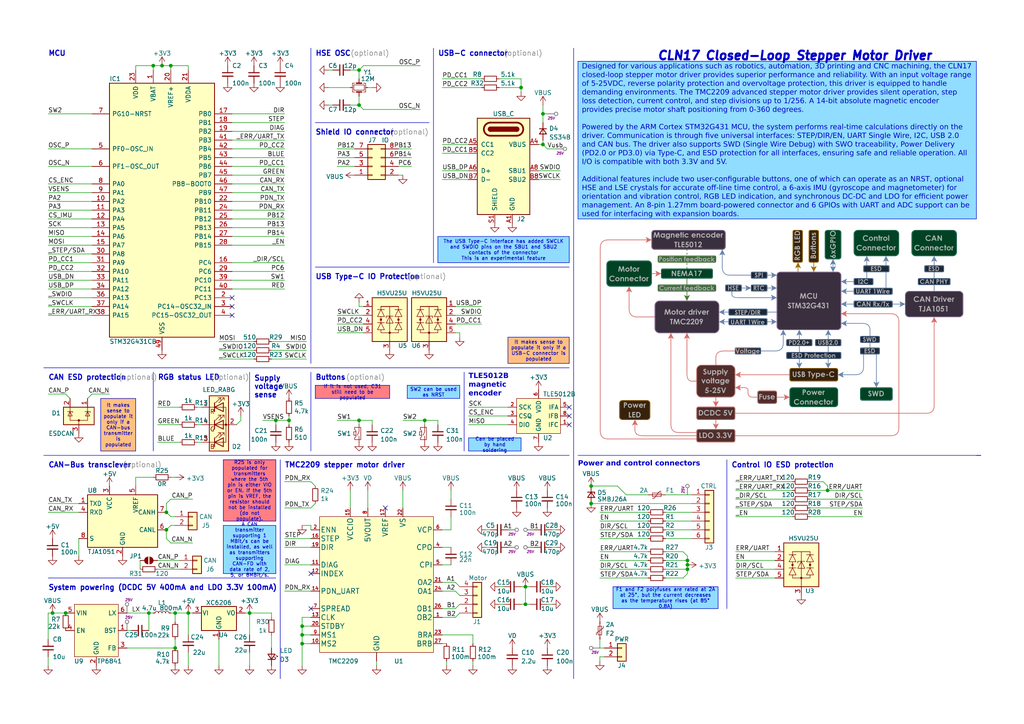
<source format=kicad_sch>
(kicad_sch (version 20230121) (generator eeschema)
  (paper "A4")
  (title_block (title "CLN17 V1 Closed-Loop Stepper Motor Driver") (date "2023-10-27") (rev "1.3") (company "CLN17 project") (comment 1 "More information on https://creapunk.com/cln17") (comment 2 "https://creativecommons.org/licenses/by-nc-sa/4.0/"))
  (junction (at 54.61 177.8))
  (junction (at 19.05 177.8))
  (junction (at 44.45 19.05))
  (junction (at 152.4 175.26))
  (junction (at 83.82 121.92))
  (junction (at 46.99 19.05))
  (junction (at 87.63 184.15))
  (junction (at 104.14 30.48))
  (junction (at 72.39 177.8))
  (junction (at 43.18 177.8))
  (junction (at 87.63 181.61))
  (junction (at 199.39 163.83))
  (junction (at 171.45 140.97))
  (junction (at 104.14 121.92))
  (junction (at 49.53 19.05))
  (junction (at 87.63 186.69))
  (junction (at 48.26 153.67))
  (junction (at 171.45 146.05))
  (junction (at 15.24 177.8))
  (junction (at 80.01 121.92))
  (junction (at 151.13 25.4))
  (junction (at 50.8 177.8))
  (junction (at 199.39 162.56))
  (junction (at 152.4 170.18))
  (junction (at 48.26 148.59))
  (junction (at 123.19 121.92))
  (junction (at 157.48 41.91))
  (junction (at 157.48 33.02))
  (junction (at 104.14 20.32))
  (junction (at 50.8 187.96))
  (junction (at 199.39 165.1))
  (junction (at 240.03 142.24))
  (no_connect (at 90.17 176.53))
  (no_connect (at 165.1 118.11))
  (no_connect (at 67.31 91.44))
  (no_connect (at 111.76 147.32))
  (no_connect (at 165.1 120.65))
  (no_connect (at 90.17 166.37))
  (no_connect (at 67.31 86.36))
  (no_connect (at 165.1 123.19))
  (no_connect (at 67.31 88.9))
  (wire (pts (xy 187.96 165.1) (xy 173.99 165.1)))
  (wire (pts (xy 67.31 71.12) (xy 82.55 71.12)))
  (wire (pts (xy 128.27 25.4) (xy 139.7 25.4)))
  (polyline (pts (xy 44.45 107.95) (xy 44.45 130.81)))
  (wire (pts (xy 49.53 152.4) (xy 48.26 153.67)))
  (wire (pts (xy 109.22 193.04) (xy 109.22 191.77)))
  (wire (pts (xy 13.97 48.26) (xy 26.67 48.26)))
  (wire (pts (xy 88.9 101.6) (xy 78.74 101.6)))
  (wire (pts (xy 173.99 153.67) (xy 187.96 153.67)))
  (wire (pts (xy 91.44 146.05) (xy 90.17 147.32)))
  (wire (pts (xy 95.25 25.4) (xy 101.6 25.4)))
  (wire (pts (xy 156.21 41.91) (xy 157.48 41.91)))
  (wire (pts (xy 158.75 33.02) (xy 157.48 33.02)))
  (wire (pts (xy 199.39 161.29) (xy 199.39 162.56)))
  (wire (pts (xy 139.7 93.98) (xy 132.08 93.98)))
  (polyline (pts (xy 90.17 107.95) (xy 90.17 130.81)))
  (wire (pts (xy 87.63 179.07) (xy 87.63 181.61)))
  (polyline (pts (xy 72.39 107.95) (xy 72.39 130.81)))
  (wire (pts (xy 57.15 128.27) (xy 58.42 128.27)))
  (wire (pts (xy 87.63 184.15) (xy 87.63 186.69)))
  (wire (pts (xy 128.27 184.15) (xy 137.16 184.15)))
  (wire (pts (xy 67.31 35.56) (xy 82.55 35.56)))
  (wire (pts (xy 49.53 20.32) (xy 49.53 19.05)))
  (wire (pts (xy 162.56 49.53) (xy 156.21 49.53)))
  (wire (pts (xy 13.97 177.8) (xy 15.24 177.8)))
  (wire (pts (xy 234.95 139.7) (xy 238.76 139.7)))
  (wire (pts (xy 13.97 83.82) (xy 26.67 83.82)))
  (wire (pts (xy 45.72 128.27) (xy 52.07 128.27)))
  (wire (pts (xy 13.97 148.59) (xy 22.86 148.59)))
  (wire (pts (xy 139.7 88.9) (xy 132.08 88.9)))
  (polyline (pts (xy 91.44 77.47) (xy 165.1 77.47)))
  (wire (pts (xy 157.48 40.64) (xy 157.48 41.91)))
  (wire (pts (xy 193.04 143.51) (xy 200.66 143.51)))
  (wire (pts (xy 13.97 76.2) (xy 26.67 76.2)))
  (wire (pts (xy 234.95 144.78) (xy 250.19 144.78)))
  (wire (pts (xy 128.27 186.69) (xy 129.54 186.69)))
  (wire (pts (xy 68.58 123.19) (xy 69.85 121.92)))
  (wire (pts (xy 151.13 175.26) (xy 152.4 175.26)))
  (wire (pts (xy 48.26 146.05) (xy 49.53 144.78)))
  (wire (pts (xy 151.13 170.18) (xy 152.4 170.18)))
  (wire (pts (xy 128.27 163.83) (xy 130.81 163.83)))
  (wire (pts (xy 153.67 153.67) (xy 154.94 153.67)))
  (wire (pts (xy 179.07 140.97) (xy 181.61 143.51)))
  (wire (pts (xy 82.55 139.7) (xy 90.17 139.7)))
  (wire (pts (xy 50.8 185.42) (xy 50.8 187.96)))
  (wire (pts (xy 171.45 146.05) (xy 200.66 146.05)))
  (wire (pts (xy 187.96 162.56) (xy 173.99 162.56)))
  (wire (pts (xy 132.08 168.91) (xy 128.27 168.91)))
  (wire (pts (xy 160.02 170.18) (xy 158.75 170.18)))
  (wire (pts (xy 20.32 115.57) (xy 19.05 114.3)))
  (wire (pts (xy 173.99 151.13) (xy 187.96 151.13)))
  (wire (pts (xy 213.36 162.56) (xy 224.79 162.56)))
  (wire (pts (xy 162.56 52.07) (xy 156.21 52.07)))
  (wire (pts (xy 44.45 20.32) (xy 44.45 19.05)))
  (wire (pts (xy 193.04 160.02) (xy 198.12 160.02)))
  (wire (pts (xy 158.75 43.18) (xy 161.29 43.18)))
  (wire (pts (xy 63.5 99.06) (xy 73.66 99.06)))
  (wire (pts (xy 132.08 179.07) (xy 128.27 179.07)))
  (wire (pts (xy 148.59 158.75) (xy 147.32 158.75)))
  (wire (pts (xy 48.26 146.05) (xy 48.26 148.59)))
  (wire (pts (xy 128.27 44.45) (xy 135.89 44.45)))
  (wire (pts (xy 133.35 172.72) (xy 132.08 171.45)))
  (wire (pts (xy 187.96 167.64) (xy 173.99 167.64)))
  (wire (pts (xy 67.31 58.42) (xy 82.55 58.42)))
  (wire (pts (xy 105.41 19.05) (xy 121.92 19.05)))
  (wire (pts (xy 13.97 190.5) (xy 13.97 193.04)))
  (wire (pts (xy 116.84 121.92) (xy 123.19 121.92)))
  (wire (pts (xy 39.37 20.32) (xy 39.37 19.05)))
  (wire (pts (xy 67.31 45.72) (xy 82.55 45.72)))
  (wire (pts (xy 213.36 167.64) (xy 224.79 167.64)))
  (wire (pts (xy 173.99 156.21) (xy 187.96 156.21)))
  (wire (pts (xy 101.6 20.32) (xy 104.14 20.32)))
  (wire (pts (xy 45.72 118.11) (xy 52.07 118.11)))
  (polyline (pts (xy 12.7 106.68) (xy 165.1 106.68)))
  (wire (pts (xy 45.72 165.1) (xy 52.07 165.1)))
  (wire (pts (xy 97.79 93.98) (xy 105.41 93.98)))
  (wire (pts (xy 57.15 123.19) (xy 58.42 123.19)))
  (wire (pts (xy 76.2 121.92) (xy 80.01 121.92)))
  (wire (pts (xy 173.99 160.02) (xy 187.96 160.02)))
  (polyline (pts (xy 91.44 35.56) (xy 124.46 35.56)))
  (wire (pts (xy 132.08 176.53) (xy 128.27 176.53)))
  (wire (pts (xy 71.12 177.8) (xy 72.39 177.8)))
  (wire (pts (xy 13.97 81.28) (xy 26.67 81.28)))
  (wire (pts (xy 49.53 149.86) (xy 48.26 148.59)))
  (wire (pts (xy 128.27 171.45) (xy 132.08 171.45)))
  (wire (pts (xy 135.89 118.11) (xy 147.32 118.11)))
  (polyline (pts (xy 210.82 133.35) (xy 210.82 176.53)))
  (wire (pts (xy 90.17 179.07) (xy 87.63 179.07)))
  (wire (pts (xy 67.31 53.34) (xy 82.55 53.34)))
  (wire (pts (xy 67.31 48.26) (xy 82.55 48.26)))
  (wire (pts (xy 67.31 33.02) (xy 82.55 33.02)))
  (polyline (pts (xy 134.62 107.95) (xy 134.62 130.81)))
  (wire (pts (xy 119.38 48.26) (xy 115.57 48.26)))
  (wire (pts (xy 54.61 177.8) (xy 54.61 184.15)))
  (wire (pts (xy 48.26 153.67) (xy 48.26 156.21)))
  (wire (pts (xy 50.8 138.43) (xy 49.53 138.43)))
  (wire (pts (xy 144.78 25.4) (xy 151.13 25.4)))
  (wire (pts (xy 105.41 31.75) (xy 121.92 31.75)))
  (wire (pts (xy 82.55 156.21) (xy 90.17 156.21)))
  (wire (pts (xy 50.8 177.8) (xy 49.53 177.8)))
  (wire (pts (xy 240.03 140.97) (xy 240.03 142.24)))
  (wire (pts (xy 90.17 184.15) (xy 87.63 184.15)))
  (wire (pts (xy 153.67 158.75) (xy 154.94 158.75)))
  (polyline (pts (xy 12.7 132.08) (xy 165.1 132.08)))
  (wire (pts (xy 13.97 78.74) (xy 26.67 78.74)))
  (wire (pts (xy 116.84 142.24) (xy 116.84 147.32)))
  (polyline (pts (xy 13.97 167.64) (xy 80.01 167.64)))
  (wire (pts (xy 104.14 30.48) (xy 104.14 27.94)))
  (wire (pts (xy 240.03 142.24) (xy 250.19 142.24)))
  (wire (pts (xy 198.12 160.02) (xy 199.39 161.29)))
  (polyline (pts (xy 81.28 133.35) (xy 81.28 196.85)))
  (wire (pts (xy 78.74 177.8) (xy 78.74 179.07)))
  (wire (pts (xy 139.7 91.44) (xy 132.08 91.44)))
  (wire (pts (xy 13.97 68.58) (xy 26.67 68.58)))
  (wire (pts (xy 97.79 43.18) (xy 102.87 43.18)))
  (wire (pts (xy 49.53 149.86) (xy 50.8 149.86)))
  (wire (pts (xy 97.79 48.26) (xy 102.87 48.26)))
  (wire (pts (xy 128.27 158.75) (xy 130.81 158.75)))
  (wire (pts (xy 87.63 181.61) (xy 87.63 184.15)))
  (wire (pts (xy 15.24 177.8) (xy 19.05 177.8)))
  (wire (pts (xy 140.97 153.67) (xy 142.24 153.67)))
  (wire (pts (xy 36.83 177.8) (xy 43.18 177.8)))
  (polyline (pts (xy 90.17 13.97) (xy 90.17 105.41)))
  (wire (pts (xy 238.76 139.7) (xy 240.03 140.97)))
  (wire (pts (xy 13.97 63.5) (xy 26.67 63.5)))
  (wire (pts (xy 43.18 177.8) (xy 43.18 182.88)))
  (wire (pts (xy 26.67 53.34) (xy 13.97 53.34)))
  (wire (pts (xy 49.53 157.48) (xy 55.88 157.48)))
  (wire (pts (xy 104.14 30.48) (xy 105.41 31.75)))
  (wire (pts (xy 128.27 52.07) (xy 135.89 52.07)))
  (wire (pts (xy 67.31 68.58) (xy 82.55 68.58)))
  (wire (pts (xy 119.38 43.18) (xy 115.57 43.18)))
  (wire (pts (xy 69.85 120.65) (xy 69.85 121.92)))
  (wire (pts (xy 213.36 149.86) (xy 229.87 149.86)))
  (wire (pts (xy 151.13 22.86) (xy 151.13 25.4)))
  (wire (pts (xy 173.99 190.5) (xy 173.99 191.77)))
  (wire (pts (xy 104.14 87.63) (xy 104.14 88.9)))
  (wire (pts (xy 151.13 26.67) (xy 151.13 25.4)))
  (wire (pts (xy 90.17 152.4) (xy 90.17 153.67)))
  (wire (pts (xy 157.48 30.48) (xy 157.48 33.02)))
  (wire (pts (xy 48.26 156.21) (xy 49.53 157.48)))
  (wire (pts (xy 193.04 151.13) (xy 200.66 151.13)))
  (wire (pts (xy 144.78 170.18) (xy 146.05 170.18)))
  (polyline (pts (xy 283.21 132.08) (xy 284.48 132.08)))
  (wire (pts (xy 88.9 99.06) (xy 78.74 99.06)))
  (wire (pts (xy 135.89 123.19) (xy 147.32 123.19)))
  (wire (pts (xy 46.99 19.05) (xy 49.53 19.05)))
  (wire (pts (xy 13.97 33.02) (xy 26.67 33.02)))
  (wire (pts (xy 80.01 123.19) (xy 80.01 121.92)))
  (wire (pts (xy 36.83 187.96) (xy 50.8 187.96)))
  (wire (pts (xy 173.99 190.5) (xy 175.26 190.5)))
  (wire (pts (xy 13.97 86.36) (xy 26.67 86.36)))
  (wire (pts (xy 36.83 182.88) (xy 38.1 182.88)))
  (wire (pts (xy 128.27 22.86) (xy 139.7 22.86)))
  (wire (pts (xy 54.61 19.05) (xy 54.61 20.32)))
  (wire (pts (xy 83.82 121.92) (xy 83.82 123.19)))
  (polyline (pts (xy 166.37 13.97) (xy 166.37 196.85)))
  (wire (pts (xy 45.72 123.19) (xy 52.07 123.19)))
  (wire (pts (xy 39.37 138.43) (xy 39.37 140.97)))
  (wire (pts (xy 67.31 83.82) (xy 82.55 83.82)))
  (wire (pts (xy 25.4 115.57) (xy 26.67 114.3)))
  (wire (pts (xy 90.17 139.7) (xy 91.44 140.97)))
  (wire (pts (xy 13.97 60.96) (xy 26.67 60.96)))
  (wire (pts (xy 104.14 20.32) (xy 104.14 22.86)))
  (wire (pts (xy 213.36 160.02) (xy 224.79 160.02)))
  (wire (pts (xy 13.97 146.05) (xy 22.86 146.05)))
  (wire (pts (xy 67.31 78.74) (xy 82.55 78.74)))
  (wire (pts (xy 179.07 140.97) (xy 171.45 140.97)))
  (wire (pts (xy 104.14 88.9) (xy 105.41 88.9)))
  (wire (pts (xy 67.31 60.96) (xy 82.55 60.96)))
  (wire (pts (xy 133.35 96.52) (xy 132.08 96.52)))
  (wire (pts (xy 26.67 114.3) (xy 31.75 114.3)))
  (wire (pts (xy 199.39 165.1) (xy 199.39 166.37)))
  (wire (pts (xy 87.63 152.4) (xy 90.17 152.4)))
  (wire (pts (xy 40.64 162.56) (xy 40.64 165.1)))
  (wire (pts (xy 13.97 88.9) (xy 26.67 88.9)))
  (wire (pts (xy 104.14 121.92) (xy 107.95 121.92)))
  (polyline (pts (xy 125.73 13.97) (xy 125.73 76.2)))
  (wire (pts (xy 213.36 147.32) (xy 229.87 147.32)))
  (wire (pts (xy 130.81 142.24) (xy 130.81 144.78)))
  (wire (pts (xy 39.37 19.05) (xy 44.45 19.05)))
  (wire (pts (xy 82.55 171.45) (xy 90.17 171.45)))
  (wire (pts (xy 72.39 177.8) (xy 78.74 177.8)))
  (wire (pts (xy 127 121.92) (xy 127 123.19)))
  (wire (pts (xy 63.5 101.6) (xy 73.66 101.6)))
  (wire (pts (xy 67.31 63.5) (xy 82.55 63.5)))
  (wire (pts (xy 13.97 43.18) (xy 26.67 43.18)))
  (wire (pts (xy 213.36 144.78) (xy 229.87 144.78)))
  (wire (pts (xy 50.8 180.34) (xy 50.8 177.8)))
  (wire (pts (xy 132.08 179.07) (xy 133.35 177.8)))
  (wire (pts (xy 67.31 66.04) (xy 82.55 66.04)))
  (wire (pts (xy 97.79 96.52) (xy 105.41 96.52)))
  (wire (pts (xy 44.45 177.8) (xy 43.18 177.8)))
  (wire (pts (xy 140.97 158.75) (xy 142.24 158.75)))
  (wire (pts (xy 63.5 104.14) (xy 73.66 104.14)))
  (wire (pts (xy 123.19 121.92) (xy 127 121.92)))
  (wire (pts (xy 67.31 81.28) (xy 82.55 81.28)))
  (wire (pts (xy 104.14 123.19) (xy 104.14 121.92)))
  (wire (pts (xy 87.63 186.69) (xy 87.63 193.04)))
  (wire (pts (xy 101.6 142.24) (xy 101.6 147.32)))
  (wire (pts (xy 44.45 19.05) (xy 46.99 19.05)))
  (wire (pts (xy 198.12 167.64) (xy 199.39 166.37)))
  (wire (pts (xy 50.8 177.8) (xy 54.61 177.8)))
  (wire (pts (xy 87.63 186.69) (xy 90.17 186.69)))
  (wire (pts (xy 78.74 184.15) (xy 78.74 187.96)))
  (wire (pts (xy 193.04 162.56) (xy 199.39 162.56)))
  (wire (pts (xy 39.37 138.43) (xy 44.45 138.43)))
  (wire (pts (xy 199.39 165.1) (xy 193.04 165.1)))
  (wire (pts (xy 128.27 41.91) (xy 135.89 41.91)))
  (wire (pts (xy 13.97 91.44) (xy 26.67 91.44)))
  (wire (pts (xy 130.81 153.67) (xy 130.81 149.86)))
  (wire (pts (xy 45.72 162.56) (xy 52.07 162.56)))
  (wire (pts (xy 160.02 175.26) (xy 158.75 175.26)))
  (wire (pts (xy 54.61 177.8) (xy 55.88 177.8)))
  (wire (pts (xy 72.39 177.8) (xy 72.39 184.15)))
  (wire (pts (xy 67.31 38.1) (xy 82.55 38.1)))
  (wire (pts (xy 193.04 156.21) (xy 200.66 156.21)))
  (wire (pts (xy 83.82 120.65) (xy 83.82 121.92)))
  (wire (pts (xy 133.35 175.26) (xy 132.08 176.53)))
  (wire (pts (xy 128.27 153.67) (xy 130.81 153.67)))
  (wire (pts (xy 213.36 142.24) (xy 229.87 142.24)))
  (wire (pts (xy 200.66 148.59) (xy 193.04 148.59)))
  (wire (pts (xy 97.79 91.44) (xy 105.41 91.44)))
  (wire (pts (xy 13.97 177.8) (xy 13.97 185.42)))
  (wire (pts (xy 148.59 153.67) (xy 147.32 153.67)))
  (wire (pts (xy 13.97 73.66) (xy 26.67 73.66)))
  (wire (pts (xy 119.38 45.72) (xy 115.57 45.72)))
  (wire (pts (xy 82.55 163.83) (xy 90.17 163.83)))
  (wire (pts (xy 173.99 185.42) (xy 173.99 187.96)))
  (wire (pts (xy 22.86 161.29) (xy 22.86 156.21)))
  (wire (pts (xy 157.48 33.02) (xy 157.48 35.56)))
  (wire (pts (xy 105.41 19.05) (xy 104.14 20.32)))
  (wire (pts (xy 213.36 139.7) (xy 229.87 139.7)))
  (wire (pts (xy 137.16 184.15) (xy 137.16 186.69)))
  (wire (pts (xy 82.55 147.32) (xy 90.17 147.32)))
  (wire (pts (xy 152.4 170.18) (xy 152.4 175.26)))
  (wire (pts (xy 133.35 96.52) (xy 133.35 97.79)))
  (wire (pts (xy 173.99 148.59) (xy 187.96 148.59)))
  (wire (pts (xy 26.67 55.88) (xy 13.97 55.88)))
  (wire (pts (xy 132.08 168.91) (xy 133.35 170.18)))
  (wire (pts (xy 144.78 22.86) (xy 151.13 22.86)))
  (wire (pts (xy 173.99 187.96) (xy 175.26 187.96)))
  (wire (pts (xy 115.57 50.8) (xy 116.84 50.8)))
  (wire (pts (xy 123.19 123.19) (xy 123.19 121.92)))
  (wire (pts (xy 234.95 147.32) (xy 250.19 147.32)))
  (wire (pts (xy 95.25 20.32) (xy 96.52 20.32)))
  (wire (pts (xy 63.5 185.42) (xy 63.5 193.04)))
  (wire (pts (xy 82.55 158.75) (xy 90.17 158.75)))
  (wire (pts (xy 49.53 152.4) (xy 50.8 152.4)))
  (wire (pts (xy 88.9 104.14) (xy 78.74 104.14)))
  (wire (pts (xy 193.04 153.67) (xy 200.66 153.67)))
  (wire (pts (xy 101.6 30.48) (xy 104.14 30.48)))
  (wire (pts (xy 97.79 121.92) (xy 104.14 121.92)))
  (wire (pts (xy 13.97 58.42) (xy 26.67 58.42)))
  (wire (pts (xy 153.67 170.18) (xy 152.4 170.18)))
  (polyline (pts (xy 167.64 132.08) (xy 284.48 132.08)))
  (wire (pts (xy 49.53 19.05) (xy 54.61 19.05)))
  (wire (pts (xy 107.95 121.92) (xy 107.95 123.19)))
  (wire (pts (xy 67.31 55.88) (xy 82.55 55.88)))
  (wire (pts (xy 67.31 40.64) (xy 82.55 40.64)))
  (wire (pts (xy 129.54 193.04) (xy 129.54 191.77)))
  (wire (pts (xy 181.61 143.51) (xy 187.96 143.51)))
  (wire (pts (xy 161.29 158.75) (xy 160.02 158.75)))
  (wire (pts (xy 161.29 153.67) (xy 160.02 153.67)))
  (wire (pts (xy 234.95 142.24) (xy 240.03 142.24)))
  (wire (pts (xy 95.25 30.48) (xy 96.52 30.48)))
  (wire (pts (xy 158.75 43.18) (xy 157.48 41.91)))
  (wire (pts (xy 199.39 162.56) (xy 199.39 163.83)))
  (wire (pts (xy 234.95 149.86) (xy 250.19 149.86)))
  (wire (pts (xy 152.4 175.26) (xy 153.67 175.26)))
  (wire (pts (xy 213.36 165.1) (xy 224.79 165.1)))
  (wire (pts (xy 13.97 66.04) (xy 26.67 66.04)))
  (wire (pts (xy 128.27 49.53) (xy 135.89 49.53)))
  (wire (pts (xy 13.97 71.12) (xy 26.67 71.12)))
  (wire (pts (xy 106.68 142.24) (xy 106.68 147.32)))
  (wire (pts (xy 199.39 163.83) (xy 199.39 165.1)))
  (wire (pts (xy 54.61 189.23) (xy 54.61 193.04)))
  (wire (pts (xy 193.04 167.64) (xy 198.12 167.64)))
  (wire (pts (xy 137.16 193.04) (xy 137.16 191.77)))
  (wire (pts (xy 57.15 118.11) (xy 58.42 118.11)))
  (wire (pts (xy 13.97 114.3) (xy 19.05 114.3)))
  (wire (pts (xy 67.31 76.2) (xy 82.55 76.2)))
  (wire (pts (xy 97.79 45.72) (xy 102.87 45.72)))
  (wire (pts (xy 67.31 50.8) (xy 82.55 50.8)))
  (wire (pts (xy 72.39 189.23) (xy 72.39 193.04)))
  (wire (pts (xy 90.17 181.61) (xy 87.63 181.61)))
  (wire (pts (xy 135.89 120.65) (xy 147.32 120.65)))
  (wire (pts (xy 106.68 25.4) (xy 107.95 25.4)))
  (wire (pts (xy 49.53 144.78) (xy 55.88 144.78)))
  (wire (pts (xy 67.31 43.18) (xy 82.55 43.18)))
  (wire (pts (xy 144.78 175.26) (xy 146.05 175.26)))
  (wire (pts (xy 80.01 121.92) (xy 83.82 121.92)))
  (image (at 226.06 97.79) (scale 0.55))
  (text_box "R25 is only populated for transmitters where the 5th pin is either VIO or EN. If the 5th pin is VREF, the resistor should not be installed (do not populate)." (at 64.77 133.35 0) (size 15.24 17.78) (fill (type color) (color 255 0 6 0.5)) (effects (font (size 1.016 1.016))))
  (text_box "Can be placed by hand soldering" (at 135.89 127 0) (size 15.24 3.81) (fill (type color) (color 35 187 255 0.5)) (effects (font (size 1.016 1.016))))
  (text_box "A CAN transmitter supporting 1 MBit/s can be installed, as well as transmitters supporting CAN-FD with data rate of 2, 5, or 8MBit/s." (at 64.77 152.4 0) (size 15.24 13.97) (fill (type color) (color 35 187 255 0.5)) (effects (font (size 1.016 1.016))))
  (text_box "If it is not used, C31 still need to be populated" (at 91.44 111.76 0) (size 21.59 3.81) (fill (type color) (color 255 0 6 0.5)) (effects (font (size 1.016 1.016))))
  (text_box "The USB Type-C interface has added SWCLK and SWDIO pins on the SBU1 and SBU2 contacts of the connector\nThis is an experimental feature" (at 127 68.58 0) (size 38.1 7.62) (fill (type color) (color 35 187 255 0.5)) (effects (font (size 1.016 1.016))))
  (text_box "It makes sense to populate it only if a CAN-bus transmitter is populated" (at 29.21 115.57 0) (size 10.16 15.24) (fill (type color) (color 255 130 0 0.5)) (effects (font (size 1.016 1.016))))
  (text_box "SW2 can be used as NRST" (at 118.11 111.76 0) (size 15.24 3.81) (fill (type color) (color 35 187 255 0.5)) (effects (font (size 1.016 1.016))))
  (text_box "F1 and F2 polyfuses are rated at 2A at 25°, but the current decreases as the temperature rises (at 85° 0.8A)" (at 177.8 170.18 0) (size 30.48 6.35) (fill (type color) (color 35 187 255 0.5)) (effects (font (size 1.016 1.016))))
  (text_box "It makes sense to populate it only if a USB-C connector is populated" (at 147.32 97.79 0) (size 17.78 7.62) (fill (type color) (color 255 130 0 0.5)) (effects (font (size 1.016 1.016))))
  (text_box "Designed for various applications such as robotics, automation, 3D printing and CNC machining, the CLN17 closed-loop stepper motor driver provides superior performance and reliability. With an input voltage range of 5-25VDC, reverse polarity protection and overvoltage protection, this driver is equipped to handle demanding environments. The TMC2209 advanced stepper motor driver provides silent operation, step loss detection, current control, and step divisions up to 1/256. A 14-bit absolute magnetic encoder provides precise motor shaft positioning from 0-360 degrees.\n\nPowered by the ARM Cortex STM32G431 MCU, the system performs real-time calculations directly on the driver. Communication is through five universal interfaces: STEP/DIR/EN, UART Single Wire, I2C, USB 2.0 and CAN bus. The driver also supports SWD (Single Wire Debug) with SWO traceability, Power Delivery (PD2.0 or PD3.0) via Type-C, and ESD protection for all interfaces, ensuring safe and reliable operation. All I/O is compatible with both 3.3V and 5V.\n\nAdditional features include two user-configurable buttons, one of which can operate as an NRST, optional HSE and LSE crystals for accurate off-line time control, a 6-axis IMU (gyroscope and magnetometer) for orientation and vibration control, RGB LED indication, and synchronous DC-DC and LDO for efficient power management. An 8-pin 1.27mm board-powered connector and 6 GPIOs with UART and ADC support can be used for interfacing with expansion boards." (at 167.64 17.78 0) (size 115.57 45.72) (fill (type color) (color 35 187 255 0.5019607843)) (effects (font (size 1.5 1.5)) (justify left)))
  (text "(optional)" (at 101.6 16.51 0) (effects (font (size 1.5 1.5)) (justify left bottom)))
  (text "CLN17 Closed-Loop Stepper Motor Driver" (at 190.5 17.78 0) (effects (font (size 2.5 2.5) (thickness 0.6) bold italic) (justify left bottom)))
  (text "TLE5012B\nmagnetic\nencoder" (at 135.89 115.57 0) (effects (font (size 1.5 1.5) (thickness 0.3) bold) (justify left bottom)))
  (text "MCU" (at 13.97 16.51 0) (effects (font (size 1.5 1.5) (thickness 0.3) bold) (justify left bottom)))
  (text "CAN-Bus transciever" (at 13.97 135.89 0) (effects (font (size 1.5 1.5) (thickness 0.3) bold) (justify left bottom)))
  (text "Power and control connectors" (at 167.64 135.89 0) (effects (font (size 1.5 1.5) (thickness 0.3) bold) (justify left bottom)))
  (text "System powering (DCDC 5V 400mA and LDO 3.3V 100mA)" (at 13.97 171.45 0) (effects (font (size 1.5 1.5) (thickness 0.3) bold) (justify left bottom)))
  (text "CAN ESD protection" (at 13.97 110.49 0) (effects (font (size 1.5 1.5) (thickness 0.3) bold) (justify left bottom)))
  (text "(optional)" (at 34.29 110.49 0) (effects (font (size 1.5 1.5)) (justify left bottom)))
  (text "(optional)" (at 113.03 39.37 0) (effects (font (size 1.5 1.5)) (justify left bottom)))
  (text "(optional)" (at 60.96 110.49 0) (effects (font (size 1.5 1.5)) (justify left bottom)))
  (text "Shield IO connector" (at 91.44 39.37 0) (effects (font (size 1.5 1.5) (thickness 0.3) bold) (justify left bottom)))
  (text "USB-C connector" (at 127 16.51 0) (effects (font (size 1.5 1.5) (thickness 0.3) bold) (justify left bottom)))
  (text "(optional)" (at 35.56 135.89 0) (effects (font (size 1.5 1.5)) (justify left bottom)))
  (text "TMC2209 stepper motor driver" (at 82.55 135.89 0) (effects (font (size 1.5 1.5) (thickness 0.3) bold) (justify left bottom)))
  (text "Buttons" (at 91.44 110.49 0) (effects (font (size 1.5 1.5) (thickness 0.3) bold) (justify left bottom)))
  (text "(optional)" (at 146.05 16.51 0) (effects (font (size 1.5 1.5)) (justify left bottom)))
  (text "RGB status LED" (at 45.72 110.49 0) (effects (font (size 1.5 1.5) (thickness 0.3) bold) (justify left bottom)))
  (text "(optional)" (at 100.33 110.49 0) (effects (font (size 1.5 1.5)) (justify left bottom)))
  (text "Supply\nvoltage\nsense" (at 73.66 115.57 0) (effects (font (size 1.5 1.5) (thickness 0.3) bold) (justify left bottom)))
  (text "HSE OSC" (at 91.44 16.51 0) (effects (font (size 1.5 1.5) (thickness 0.3) bold) (justify left bottom)))
  (text "Control IO ESD protection" (at 212.09 135.89 0) (effects (font (size 1.5 1.5) (thickness 0.3) bold) (justify left bottom)))
  (text "USB Type-C IO Protection" (at 91.44 81.28 0) (effects (font (size 1.5 1.5) (thickness 0.3) bold) (justify left bottom)))
  (text "(optional)" (at 118.11 81.28 0) (effects (font (size 1.5 1.5)) (justify left bottom)))
  (label "B1" (at 129.54 176.53 0))
  (label "CAN_P" (at 45.72 162.56 0))
  (label "_SWDIO" (at 13.97 86.36 0))
  (label "EN" (at 250.19 149.86 180))
  (label "DIR{slash}SCL" (at 250.19 144.78 180))
  (label "CAN_TX" (at 82.55 55.88 180))
  (label "SCK" (at 135.89 118.11 0))
  (label "PB14" (at 119.38 45.72 180))
  (label "PA3" (at 13.97 60.96 0))
  (label "DIR{slash}SCL" (at 213.36 165.1 0))
  (label "PD_CC1" (at 128.27 22.86 0))
  (label "CAN_N" (at 31.75 114.3 180))
  (label "PD_CC1" (at 13.97 76.2 0))
  (label "PC6" (at 119.38 48.26 180))
  (label "DIR{slash}SCL" (at 173.99 165.1 0))
  (label "A2" (at 129.54 171.45 0))
  (label "PB12" (at 97.79 43.18 0))
  (label "STEP" (at 82.55 156.21 0))
  (label "USB_DP" (at 13.97 83.82 0))
  (label "_EN" (at 213.36 149.86 0))
  (label "SW1" (at 97.79 121.92 0))
  (label "PDN_RX" (at 82.55 60.96 180))
  (label "RED" (at 45.72 118.11 0))
  (label "CS_IMU" (at 13.97 63.5 0))
  (label "ERR{slash}UART" (at 250.19 142.24 180))
  (label "CS_ENC" (at 13.97 53.34 0))
  (label "_STEP{slash}SDA" (at 213.36 147.32 0))
  (label "PA2" (at 97.79 48.26 0))
  (label "CAN_RX" (at 13.97 148.59 0))
  (label "EN" (at 213.36 162.56 0))
  (label "PDN_RX" (at 82.55 171.45 0))
  (label "_DIR{slash}SCL" (at 82.55 76.2 180))
  (label "PB13" (at 82.55 66.04 180))
  (label "B2" (at 129.54 179.07 0))
  (label "_SWCLK" (at 13.97 88.9 0))
  (label "PD_CC1" (at 139.7 93.98 180))
  (label "DIAG" (at 82.55 38.1 180))
  (label "STEP{slash}SDA" (at 250.19 147.32 180))
  (label "USB_DP" (at 139.7 88.9 180))
  (label "PDN_TX" (at 82.55 58.42 180))
  (label "PB12" (at 82.55 63.5 180))
  (label "PB13" (at 119.38 43.18 180))
  (label "_ERR{slash}UART_TX" (at 82.55 40.64 180))
  (label "DIR" (at 82.55 33.02 180))
  (label "DIAG" (at 82.55 163.83 0))
  (label "MISO" (at 135.89 123.19 0))
  (label "PD_CC1" (at 82.55 48.26 180))
  (label "USB_DP" (at 128.27 49.53 0))
  (label "USB_DN" (at 13.97 81.28 0))
  (label "BLUE" (at 82.55 45.72 180))
  (label "RED" (at 82.55 83.82 180))
  (label "_DIR{slash}SCL" (at 213.36 144.78 0))
  (label "_STEP{slash}SDA" (at 13.97 73.66 0))
  (label "SWCLK" (at 162.56 52.07 180))
  (label "_ERR{slash}UART_RX" (at 213.36 142.24 0))
  (label "GREEN" (at 45.72 123.19 0))
  (label "CS_ENC" (at 135.89 120.65 0))
  (label "LX" (at 40.64 177.8 180))
  (label "_ERR{slash}UART_TX" (at 213.36 139.7 0))
  (label "OSC_N" (at 121.92 31.75 180))
  (label "CAN_P" (at 13.97 114.3 0))
  (label "PA2" (at 13.97 58.42 0))
  (label "EN" (at 173.99 151.13 0))
  (label "CAN_P" (at 55.88 144.78 180))
  (label "SWDIO" (at 88.9 101.6 180))
  (label "Vusb" (at 158.75 43.18 0))
  (label "_ERR{slash}UART_RX" (at 13.97 91.44 0))
  (label "PD_CC2" (at 128.27 41.91 0))
  (label "SWCLK" (at 97.79 91.44 0))
  (label "MOSI" (at 63.5 99.06 0))
  (label "B1" (at 153.67 153.67 0))
  (label "_SWCLK" (at 63.5 104.14 0))
  (label "MISO" (at 13.97 68.58 0))
  (label "STEP" (at 82.55 35.56 180))
  (label "SW2" (at 116.84 121.92 0))
  (label "VSENS" (at 13.97 55.88 0))
  (label "VSENS" (at 76.2 121.92 0))
  (label "SWCLK" (at 88.9 104.14 180))
  (label "MISO" (at 88.9 99.06 180))
  (label "PC6" (at 82.55 78.74 180))
  (label "PDN_TX" (at 82.55 147.32 0))
  (label "CAN_N" (at 55.88 157.48 180))
  (label "A2" (at 148.59 158.75 180))
  (label "PB14" (at 82.55 68.58 180))
  (label "USB_DN" (at 128.27 52.07 0))
  (label "CAN_TX" (at 13.97 146.05 0))
  (label "DIR" (at 82.55 158.75 0))
  (label "PD_CC2" (at 13.97 78.74 0))
  (label "ERR{slash}UART" (at 173.99 160.02 0))
  (label "A1" (at 148.59 153.67 180))
  (label "STEP{slash}SDA" (at 173.99 156.21 0))
  (label "OSC_N" (at 13.97 48.26 0))
  (label "MOSI" (at 13.97 71.12 0))
  (label "_SWDIO" (at 63.5 101.6 0))
  (label "SCK" (at 13.97 66.04 0))
  (label "CAN_RX" (at 82.55 53.34 180))
  (label "STEP{slash}SDA" (at 213.36 167.64 0))
  (label "SWDIO" (at 162.56 49.53 180))
  (label "DIR{slash}SCL" (at 173.99 153.67 0))
  (label "STEP{slash}SDA" (at 173.99 167.64 0))
  (label "BLUE" (at 45.72 128.27 0))
  (label "PD_CC1" (at 128.27 44.45 0))
  (label "USB_DN" (at 97.79 96.52 0))
  (label "A1" (at 129.54 168.91 0))
  (label "PD_CC2" (at 97.79 93.98 0))
  (label "_EN" (at 82.55 71.12 180))
  (label "SW1" (at 82.55 81.28 180))
  (label "PD_CC2" (at 82.55 43.18 180))
  (label "EN" (at 173.99 162.56 0))
  (label "OSC_P" (at 121.92 19.05 180))
  (label "OSC_P" (at 13.97 43.18 0))
  (label "SWDIO" (at 139.7 91.44 180))
  (label "ERR{slash}UART" (at 173.99 148.59 0))
  (label "B2" (at 153.67 158.75 0))
  (label "ERR{slash}UART" (at 213.36 160.02 0))
  (label "GREEN" (at 82.55 50.8 180))
  (label "CAN_N" (at 45.72 165.1 0))
  (label "SW2" (at 13.97 33.02 0))
  (label "PA3" (at 97.79 45.72 0))
  (label "PD_CC2" (at 128.27 25.4 0))
  (label "PDN_RX" (at 82.55 139.7 0))
  (netclass_flag "" (length 2.54) (shape round) (at 158.75 33.02 270) (property "Netclass" "25V" (at 158.75 34.29 0) (effects (font (size 0.75 0.75) italic) (justify left))))
  (netclass_flag "" (length 2.54) (shape round) (at 36.83 182.88 0) (property "Netclass" "25V" (at 36.195 179.07 0) (effects (font (size 0.75 0.75) italic) (justify left))))
  (netclass_flag "" (length 2.54) (shape round) (at 147.32 158.75 270) (property "Netclass" "25V" (at 147.32 160.02 0) (effects (font (size 0.75 0.75) italic) (justify left))))
  (netclass_flag "" (length 2.54) (shape round) (at 173.99 187.96 90) (property "Netclass" "25V" (at 171.45 189.23 0) (effects (font (size 0.75 0.75) italic) (justify left))))
  (netclass_flag "" (length 2.54) (shape round) (at 154.94 158.75 90) (property "Netclass" "25V" (at 154.94 160.02 0) (effects (font (size 0.75 0.75) italic) (justify right))))
  (netclass_flag "" (length 2.54) (shape round) (at 161.29 43.18 270) (property "Netclass" "25V" (at 161.29 44.45 0) (effects (font (size 0.75 0.75) italic) (justify left))))
  (netclass_flag "" (length 2.54) (shape round) (at 147.32 153.67 270) (property "Netclass" "25V" (at 147.32 154.94 0) (effects (font (size 0.75 0.75) italic) (justify left))))
  (netclass_flag "" (length 2.54) (shape round) (at 199.39 143.51 0) (property "Netclass" "25V" (at 198.12 140.97 90) (effects (font (size 0.75 0.75) italic) (justify right))))
  (netclass_flag "" (length 2.54) (shape round) (at 36.83 177.8 0) (property "Netclass" "25V" (at 36.195 173.99 0) (effects (font (size 0.75 0.75) italic) (justify left))))
  (netclass_flag "" (length 2.54) (shape round) (at 154.94 153.67 90) (property "Netclass" "25V" (at 154.94 154.94 0) (effects (font (size 0.75 0.75) italic) (justify right))))
  (symbol (lib_id "GND") (at 148.59 64.77 0) (unit 1)
    (property "Reference" "#PWR0133" (effects hide))
    (property "Value" "GND" (effects hide))
  )
  (symbol (lib_id "R_Small") (at 83.82 118.11 0) (unit 1)
    (property "Reference" "R5" (at 85.3186 116.9416 0) (effects (justify left)))
    (property "Value" "4.7k" (at 85.3186 119.253 0) (effects (justify left)))
    (property "Footprint" "FP_lib:R0402" (effects hide))
    (property "LCSC Part #" "C25900" (effects hide))
  )
  (symbol (lib_id "GND") (at 158.75 193.04 0) (unit 1)
    (property "Reference" "#PWR030" (effects hide))
    (property "Value" "GND" (effects hide))
  )
  (symbol (lib_id "GND") (at 78.74 193.04 0) (unit 1)
    (property "Reference" "#PWR059" (effects hide))
    (property "Value" "GND" (effects hide))
  )
  (symbol (lib_id "CLN17-V2:USBLC6-4SC6_1") (at 113.03 92.71 0) (unit 1)
    (property "Reference" "U5" (at 115.57 100.33 0) (effects (justify left)))
    (property "Value" "H5VU25U" (at 109.22 85.09 0) (effects (justify left)))
    (property "Footprint" "FP_lib:DFN-2510" (effects hide))
    (property "JLC Rotation Offset" "270" (effects hide))
    (property "LCSC Part #" "C7420374" (effects hide))
  )
  (symbol (lib_id "GND") (at 81.28 24.13 0) (unit 1)
    (property "Reference" "#PWR0125" (effects hide))
    (property "Value" "GND" (effects hide))
  )
  (symbol (lib_id "VBUS") (at 116.84 142.24 0) (unit 1)
    (property "Reference" "#PWR010" (effects hide))
    (property "Value" "VBUS" (at 116.84 138.6642 0))
  )
  (symbol (lib_id "LED_Small") (at 78.74 190.5 270) (mirror x) (unit 1)
    (property "Reference" "D3" (at 81.153 191.2807 90) (effects (justify left)))
    (property "Value" "LED" (at 81.153 188.7131 90) (effects (justify left)))
    (property "Footprint" "LED_SMD:LED_0603_1608Metric" (effects hide))
    (property "LCSC Part #" "C72043" (effects hide))
  )
  (symbol (lib_id "R_Small") (at 78.74 181.61 0) (mirror x) (unit 1)
    (property "Reference" "R30" (at 76.2 180.34 0))
    (property "Value" "1k" (at 76.2 182.88 0))
    (property "Footprint" "FP_lib:R0402" (effects hide))
    (property "LCSC Part #" "C11702" (effects hide))
  )
  (symbol (lib_id "GND") (at 171.45 146.05 0) (unit 1)
    (property "Reference" "#PWR0144" (effects hide))
    (property "Value" "GND" (effects hide))
  )
  (symbol (lib_id "Polyfuse_Small") (at 173.99 182.88 0) (mirror x) (unit 1)
    (property "Reference" "F2" (at 175.641 183.7242 0) (effects (justify left)))
    (property "Value" "2A" (at 175.641 181.1566 0) (effects (justify left)))
    (property "Footprint" "FP_lib:Fuse_1812_4532Metric" (effects hide))
    (property "LCSC Part #" "C960026" (effects hide))
  )
  (symbol (lib_id "GND") (at 140.97 158.75 270) (mirror x) (unit 1)
    (property "Reference" "#PWR038" (effects hide))
    (property "Value" "GND" (effects hide))
  )
  (symbol (lib_id "GND") (at 144.78 170.18 270) (mirror x) (unit 1)
    (property "Reference" "#PWR026" (effects hide))
    (property "Value" "GND" (effects hide))
  )
  (symbol (lib_id "+3.3V") (at 73.66 19.05 0) (unit 1)
    (property "Reference" "#PWR0116" (effects hide))
    (property "Value" "+3.3V" (at 73.66 15.4742 0))
  )
  (symbol (lib_name "SolderJumper_2_Open_1") (lib_id "SolderJumper_2_Open") (at 43.18 162.56 0) (unit 1) (in_bom no)
    (property "Reference" "JP1" (at 39.37 161.29 0))
    (property "Value" "SolderJumper_2_Open" (effects hide))
    (property "Footprint" "FP_lib:SolderJumper" (effects hide))
  )
  (symbol (lib_id "TLE5012B") (at 156.21 120.65 0) (unit 1)
    (property "Reference" "U2" (at 157.48 127 0) (effects (justify left)))
    (property "Value" "TLE5012B" (at 157.48 114.3 0) (effects (justify left)))
    (property "Footprint" "FP_lib:SOIC-8_3.9x4.9mm_P1.27mm" (effects hide))
    (property "Datasheet" "https://www.infineon.com/dgdl/Infineon-TLE5012B_Exxxx-DataSheet-v02_01-EN.pdf?fileId=db3a304334fac4c601350f31c43c433f" (effects hide))
    (property "LCSC Part #" "C123083" (effects hide))
    (property "JLC Rotation Offset" "90" (effects hide))
  )
  (symbol (lib_id "XC6206PxxxMR") (at 63.5 177.8 0) (unit 1)
    (property "Reference" "U4" (at 64.77 184.15 0))
    (property "Value" "XC6206" (at 63.5 174.8061 0))
    (property "Footprint" "FP_lib:SOT-23-3" (effects hide))
    (property "Datasheet" "${KIPRJMOD}/docs/datasheets/XC6206.pdf" (effects hide))
    (property "LCSC Part #" "C5446" (effects hide))
    (property "JLC Rotation Offset" "180" (effects hide))
  )
  (symbol (lib_id "R_Small") (at 232.41 144.78 90) (unit 1)
    (property "Reference" "R17" (at 236.22 143.51 90))
    (property "Value" "120" (at 228.6 143.51 90))
    (property "Footprint" "FP_lib:R0402" (effects hide))
    (property "LCSC Part #" "C25079" (effects hide))
  )
  (symbol (lib_id "C_Small") (at 130.81 147.32 0) (unit 1)
    (property "Reference" "C11" (at 133.1341 146.6421 0) (effects (justify left)))
    (property "Value" "100n" (at 133.1341 148.6937 0) (effects (justify left)))
    (property "Footprint" "FP_lib:C0402" (effects hide))
    (property "LCSC Part #" "C307331" (effects hide))
  )
  (symbol (lib_name "STM32G431CB_1") (lib_id "STM32G431CB") (at 46.99 25.4 0) (unit 1)
    (property "Reference" "IC1" (at 31.75 22.86 0) (effects (justify left)))
    (property "Value" "STM32G431CB" (at 31.75 99.06 0) (effects (justify left)))
    (property "Footprint" "FP_lib:QFN-48-1EP_7x7mm_P0.5mm_EP5.6x5.6mm" (effects hide))
    (property "Datasheet" "https://www.st.com/resource/en/datasheet/stm32g431cb.pdf" (effects hide))
    (property "LCSC Part #" "C529356" (effects hide))
    (property "JLC Rotation Offset" "270" (effects hide))
  )
  (symbol (lib_id "C_Small") (at 99.06 30.48 90) (unit 1)
    (property "Reference" "C7" (at 96.52 31.75 90))
    (property "Value" "12p" (at 101.6 31.75 90))
    (property "Footprint" "FP_lib:C0402" (effects hide))
    (property "LCSC Part #" "C1547" (effects hide))
  )
  (symbol (lib_id "L_Small") (at 46.99 177.8 90) (unit 1)
    (property "Reference" "L1" (at 46.99 174.8081 90))
    (property "Value" "4.7u 800mA" (at 46.99 176.3747 90))
    (property "Footprint" "Inductor_SMD:L_0805_2012Metric" (effects hide))
    (property "LCSC Part #" "C63166" (effects hide))
  )
  (symbol (lib_id "VD") (at 106.68 142.24 0) (unit 1)
    (property "Reference" "#PWR039" (effects hide))
    (property "Value" "VD" (at 106.68 138.6642 0))
  )
  (symbol (lib_id "C_Small") (at 148.59 190.5 0) (unit 1)
    (property "Reference" "C10" (at 151.13 189.23 0) (effects (justify left)))
    (property "Value" "2.2u" (at 151.13 191.77 0) (effects (justify left)))
    (property "Footprint" "Capacitor_SMD:C_0603_1608Metric" (effects hide))
    (property "LCSC Part #" "C23630" (effects hide))
  )
  (symbol (lib_id "GND") (at 148.59 193.04 0) (unit 1)
    (property "Reference" "#PWR028" (effects hide))
    (property "Value" "GND" (effects hide))
  )
  (symbol (lib_id "R_Small") (at 76.2 101.6 90) (unit 1)
    (property "Reference" "R4" (at 80.01 100.33 90))
    (property "Value" "120" (at 72.39 100.33 90))
    (property "Footprint" "FP_lib:R0402" (effects hide))
    (property "LCSC Part #" "C25079" (effects hide))
  )
  (symbol (lib_id "C_Small") (at 107.95 125.73 0) (mirror y) (unit 1)
    (property "Reference" "C22" (at 110.2741 124.9016 0) (effects (justify right)))
    (property "Value" "100n" (at 110.2741 127.4385 0) (effects (justify right)))
    (property "Footprint" "FP_lib:C0402" (effects hide))
    (property "LCSC Part #" "C307331" (effects hide))
  )
  (symbol (lib_id "C_Small") (at 158.75 144.78 0) (unit 1)
    (property "Reference" "C14" (at 161.0741 144.1021 0) (effects (justify left)))
    (property "Value" "100n" (at 161.0741 146.1537 0) (effects (justify left)))
    (property "Footprint" "FP_lib:C0402" (effects hide))
    (property "LCSC Part #" "C307331" (effects hide))
  )
  (symbol (lib_id "C_Small") (at 157.48 153.67 270) (unit 1)
    (property "Reference" "C28" (at 160.02 152.4 90))
    (property "Value" "470p" (at 160.02 154.94 90))
    (property "Footprint" "FP_lib:C0402" (effects hide))
    (property "LCSC Part #" "C1537" (effects hide))
  )
  (symbol (lib_id "VBUS") (at 149.86 142.24 0) (mirror y) (unit 1)
    (property "Reference" "#PWR015" (effects hide))
    (property "Value" "VBUS" (at 149.86 138.6642 0))
  )
  (symbol (lib_id "TMC2209") (at 109.22 168.91 0) (unit 1)
    (property "Reference" "U1" (at 114.3 191.77 0) (effects (justify left)))
    (property "Value" "TMC2209" (at 95.25 191.77 0) (effects (justify left)))
    (property "Footprint" "FP_lib:QFN-28-termal" (effects hide))
    (property "Datasheet" "https://www.trinamic.com/fileadmin/assets/Products/ICs_Documents/TMC2209_Datasheet_V103.pdf" (effects hide))
    (property "LCSC Part #" "C465949" (effects hide))
    (property "JLC Rotation Offset" "270" (effects hide))
  )
  (symbol (lib_id "VBUS") (at 152.4 170.18 0) (unit 1)
    (property "Reference" "#PWR019" (effects hide))
    (property "Value" "VBUS" (at 152.4 166.6042 0))
  )
  (symbol (lib_id "GND") (at 72.39 193.04 0) (mirror y) (unit 1)
    (property "Reference" "#PWR045" (effects hide))
    (property "Value" "GND" (effects hide))
  )
  (symbol (lib_id "VBUS") (at 130.81 142.24 0) (unit 1)
    (property "Reference" "#PWR013" (effects hide))
    (property "Value" "VBUS" (at 130.81 138.6642 0))
  )
  (symbol (lib_name "SW_Push_1") (lib_id "SW_Push") (at 104.14 125.73 90) (mirror x) (unit 1)
    (property "Reference" "SW1" (at 97.79 125.73 90) (effects (justify right)))
    (property "Value" "SW_Push" (effects hide))
    (property "Footprint" "FP_lib:SW_SPST_PTS810" (effects hide))
    (property "LCSC Part #" "C2888427" (effects hide))
  )
  (symbol (lib_id "VBUS") (at 102.87 50.8 90) (unit 1)
    (property "Reference" "#PWR057" (effects hide))
    (property "Value" "VBUS" (at 99.6951 51.2396 90) (effects (justify left)))
  )
  (symbol (lib_id "GND") (at 123.19 128.27 0) (unit 1)
    (property "Reference" "#PWR0150" (effects hide))
    (property "Value" "GND" (effects hide))
  )
  (symbol (lib_id "D_Small") (at 157.48 38.1 270) (unit 1)
    (property "Reference" "D4" (at 159.258 37.2653 90) (effects (justify left)))
    (property "Value" "SS34B" (at 159.258 39.8022 90) (effects (justify left)))
    (property "Footprint" "FP_lib:D_SMB" (effects hide))
    (property "LCSC Part #" "C13762" (effects hide))
  )
  (symbol (lib_id "LED_RABG") (at 63.5 123.19 0) (unit 1)
    (property "Reference" "D2" (at 68.58 129.54 0))
    (property "Value" "LED_RABG" (at 63.5 113.03 0))
    (property "Footprint" "FP_lib:LED_RGB_0606" (effects hide))
    (property "LCSC Part #" "C2874115" (effects hide))
  )
  (symbol (lib_id "Conn_01x06") (at 205.74 148.59 0) (unit 1)
    (property "Reference" "J3" (at 204.47 158.75 0) (effects (justify left)))
    (property "Value" "CTRL" (at 203.2 140.97 0) (effects (justify left)))
    (property "Footprint" "FP_lib:XH2.54 6P" (effects hide))
    (property "LCSC Part #" "C722881" (effects hide))
    (property "JLC Rotation Offset" "180" (effects hide))
  )
  (symbol (lib_id "C_Small") (at 99.06 20.32 90) (unit 1)
    (property "Reference" "C6" (at 96.52 19.05 90))
    (property "Value" "12p" (at 101.6 19.05 90))
    (property "Footprint" "FP_lib:C0402" (effects hide))
    (property "LCSC Part #" "C1547" (effects hide))
  )
  (symbol (lib_id "GND") (at 104.14 128.27 0) (unit 1)
    (property "Reference" "#PWR0152" (effects hide))
    (property "Value" "GND" (effects hide))
  )
  (symbol (lib_id "R_Small") (at 50.8 190.5 0) (mirror x) (unit 1)
    (property "Reference" "R10" (at 49.3014 189.8158 0) (effects (justify right)))
    (property "Value" "4.7k" (at 49.3014 191.8674 0) (effects (justify right)))
    (property "Footprint" "FP_lib:R0402" (effects hide))
    (property "LCSC Part #" "C25900" (effects hide))
  )
  (symbol (lib_id "GND") (at 27.94 193.04 0) (unit 1)
    (property "Reference" "#PWR0157" (effects hide))
    (property "Value" "GND" (effects hide))
  )
  (symbol (lib_id "GND") (at 133.35 97.79 0) (mirror y) (unit 1)
    (property "Reference" "#PWR036" (effects hide))
    (property "Value" "GND" (effects hide))
  )
  (symbol (lib_id "R_Small") (at 190.5 165.1 90) (unit 1)
    (property "Reference" "R21" (at 196.85 163.83 90) (effects (justify left)))
    (property "Value" "4.7k" (at 187.96 163.83 90) (effects (justify left)))
    (property "Footprint" "FP_lib:R0402" (effects hide))
    (property "LCSC Part #" "C25900" (effects hide))
  )
  (symbol (lib_id "R_Small") (at 91.44 143.51 0) (unit 1)
    (property "Reference" "R24" (at 92.9386 142.3416 0) (effects (justify left)))
    (property "Value" "1k" (at 92.9386 144.653 0) (effects (justify left)))
    (property "Footprint" "FP_lib:R0402" (effects hide))
    (property "LCSC Part #" "C11702" (effects hide))
  )
  (symbol (lib_id "GND") (at 107.95 128.27 0) (unit 1)
    (property "Reference" "#PWR0153" (effects hide))
    (property "Value" "GND" (effects hide))
  )
  (symbol (lib_id "GND") (at 160.02 175.26 90) (mirror x) (unit 1)
    (property "Reference" "#PWR054" (effects hide))
    (property "Value" "GND" (effects hide))
  )
  (symbol (lib_id "GND") (at 80.01 128.27 0) (unit 1)
    (property "Reference" "#PWR0138" (effects hide))
    (property "Value" "GND" (effects hide))
  )
  (symbol (lib_id "VBUS") (at 157.48 30.48 0) (unit 1)
    (property "Reference" "#PWR0141" (effects hide))
    (property "Value" "VBUS" (at 157.48 26.9042 0))
  )
  (symbol (lib_id "GND") (at 22.86 161.29 0) (unit 1)
    (property "Reference" "#PWR03" (effects hide))
    (property "Value" "GND" (effects hide))
  )
  (symbol (lib_id "C_Small") (at 40.64 182.88 270) (unit 1)
    (property "Reference" "C25" (at 38.1 184.15 90))
    (property "Value" "100n" (at 43.18 184.15 90))
    (property "Footprint" "FP_lib:C0402" (effects hide))
    (property "LCSC Part #" "C307331" (effects hide))
  )
  (symbol (lib_id "R_Small") (at 76.2 99.06 90) (unit 1)
    (property "Reference" "R29" (at 80.01 97.79 90))
    (property "Value" "510" (at 72.39 97.79 90))
    (property "Footprint" "FP_lib:R0402" (effects hide))
    (property "LCSC Part #" "C25123" (effects hide))
  )
  (symbol (lib_id "R_Small") (at 54.61 118.11 90) (unit 1)
    (property "Reference" "R13" (at 58.42 116.84 90))
    (property "Value" "1k" (at 54.61 116.2105 90))
    (property "Footprint" "FP_lib:R0402" (effects hide))
    (property "LCSC Part #" "C11702" (effects hide))
  )
  (symbol (lib_id "R_Small") (at 50.8 182.88 0) (mirror x) (unit 1)
    (property "Reference" "R9" (at 49.3015 182.1958 0) (effects (justify right)))
    (property "Value" "22k" (at 49.3015 184.2474 0) (effects (justify right)))
    (property "Footprint" "FP_lib:R0402" (effects hide))
    (property "LCSC Part #" "C25768" (effects hide))
  )
  (symbol (lib_id "C_Small") (at 72.39 186.69 0) (mirror y) (unit 1)
    (property "Reference" "C26" (at 71.755 184.785 0) (effects (justify left)))
    (property "Value" "22u" (at 71.755 188.595 0) (effects (justify left)))
    (property "Footprint" "Capacitor_SMD:C_0603_1608Metric" (effects hide))
    (property "LCSC Part #" "C59461" (effects hide))
  )
  (symbol (lib_id "R_Small") (at 190.5 148.59 90) (unit 1)
    (property "Reference" "R26" (at 194.31 147.32 90))
    (property "Value" "120" (at 186.69 147.32 90))
    (property "Footprint" "FP_lib:R0402" (effects hide))
    (property "LCSC Part #" "C25079" (effects hide))
  )
  (symbol (lib_id "C_Small") (at 148.59 175.26 90) (mirror x) (unit 1)
    (property "Reference" "C16" (at 146.05 173.99 90))
    (property "Value" "10u" (at 146.05 176.53 90))
    (property "Footprint" "Capacitor_SMD:C_1206_3216Metric" (effects hide))
    (property "LCSC Part #" "C13585" (effects hide))
  )
  (symbol (lib_id "C_Small") (at 130.81 161.29 0) (unit 1)
    (property "Reference" "C12" (at 133.1341 160.7624 0) (effects (justify left)))
    (property "Value" "22n" (at 133.1341 162.329 0) (effects (justify left)))
    (property "Footprint" "FP_lib:C0402" (effects hide))
    (property "LCSC Part #" "C1532" (effects hide))
  )
  (symbol (lib_id "C_Small") (at 144.78 158.75 90) (mirror x) (unit 1)
    (property "Reference" "C19" (at 142.24 157.48 90))
    (property "Value" "470p" (at 142.24 160.02 90))
    (property "Footprint" "FP_lib:C0402" (effects hide))
    (property "LCSC Part #" "C1537" (effects hide))
  )
  (symbol (lib_id "GND") (at 46.99 101.6 0) (unit 1)
    (property "Reference" "#PWR0126" (effects hide))
    (property "Value" "GND" (effects hide))
  )
  (symbol (lib_id "C_Small") (at 73.66 21.59 0) (unit 1)
    (property "Reference" "C3" (at 74.93 19.05 0) (effects (justify left)))
    (property "Value" "100n" (at 74.93 24.13 0) (effects (justify left)))
    (property "Footprint" "FP_lib:C0402" (effects hide))
    (property "LCSC Part #" "C307331" (effects hide))
  )
  (symbol (lib_id "Polyfuse_Small") (at 190.5 143.51 90) (unit 1)
    (property "Reference" "F1" (at 194.31 142.24 90))
    (property "Value" "2A" (at 186.69 142.24 90))
    (property "Footprint" "FP_lib:Fuse_1812_4532Metric" (effects hide))
    (property "LCSC Part #" "C960026" (effects hide))
  )
  (symbol (lib_id "C_Small") (at 127 125.73 0) (mirror y) (unit 1)
    (property "Reference" "C31" (at 129.3241 124.9016 0) (effects (justify right)))
    (property "Value" "100n" (at 129.3241 127.4385 0) (effects (justify right)))
    (property "Footprint" "FP_lib:C0402" (effects hide))
    (property "LCSC Part #" "C307331" (effects hide))
  )
  (symbol (lib_id "GND") (at 113.03 101.6 0) (unit 1)
    (property "Reference" "#PWR034" (effects hide))
    (property "Value" "GND" (effects hide))
  )
  (symbol (lib_id "+5V") (at 31.75 140.97 0) (unit 1)
    (property "Reference" "#PWR01" (effects hide))
    (property "Value" "+5V" (at 31.75 137.4681 0))
  )
  (symbol (lib_id "GND") (at 116.84 50.8 0) (unit 1)
    (property "Reference" "#PWR056" (effects hide))
    (property "Value" "GND" (effects hide))
  )
  (symbol (lib_id "R_Small") (at 43.18 165.1 90) (mirror x) (unit 1)
    (property "Reference" "R31" (at 39.37 166.37 90))
    (property "Value" "120" (at 46.99 166.37 90))
    (property "Footprint" "FP_lib:R0402" (effects hide))
    (property "LCSC Part #" "C25079" (effects hide))
  )
  (symbol (lib_id "R_Small") (at 83.82 125.73 0) (unit 1)
    (property "Reference" "R6" (at 85.3186 124.5616 0) (effects (justify left)))
    (property "Value" "510" (at 85.3186 126.873 0) (effects (justify left)))
    (property "Footprint" "FP_lib:R0402" (effects hide))
    (property "LCSC Part #" "C25123" (effects hide))
  )
  (symbol (lib_id "GND") (at 129.54 193.04 0) (unit 1)
    (property "Reference" "#PWR017" (effects hide))
    (property "Value" "GND" (effects hide))
  )
  (symbol (lib_id "VD") (at 148.59 187.96 0) (unit 1)
    (property "Reference" "#PWR046" (effects hide))
    (property "Value" "VD" (at 148.59 184.3842 0))
  )
  (symbol (lib_id "GND") (at 173.99 191.77 0) (unit 1)
    (property "Reference" "#PWR0146" (effects hide))
    (property "Value" "GND" (effects hide))
  )
  (symbol (lib_id "GND") (at 104.14 87.63 180) (unit 1)
    (property "Reference" "#PWR07" (effects hide))
    (property "Value" "GND" (effects hide))
  )
  (symbol (lib_id "R_Small") (at 54.61 128.27 90) (unit 1)
    (property "Reference" "R15" (at 58.42 127 90))
    (property "Value" "1k" (at 54.61 126.3705 90))
    (property "Footprint" "FP_lib:R0402" (effects hide))
    (property "LCSC Part #" "C11702" (effects hide))
  )
  (symbol (lib_id "GND") (at 15.24 161.29 0) (unit 1)
    (property "Reference" "#PWR02" (effects hide))
    (property "Value" "GND" (effects hide))
  )
  (symbol (lib_id "C_Small") (at 81.28 21.59 0) (unit 1)
    (property "Reference" "C4" (at 82.55 19.05 0) (effects (justify left)))
    (property "Value" "100n" (at 82.55 24.13 0) (effects (justify left)))
    (property "Footprint" "FP_lib:C0402" (effects hide))
    (property "LCSC Part #" "C307331" (effects hide))
  )
  (symbol (lib_id "R_Small") (at 232.41 139.7 90) (unit 1)
    (property "Reference" "R19" (at 236.22 138.43 90))
    (property "Value" "120" (at 228.6 138.43 90))
    (property "Footprint" "FP_lib:R0402" (effects hide))
    (property "LCSC Part #" "C25079" (effects hide))
  )
  (symbol (lib_id "SP0502BAHT") (at 22.86 120.65 0) (mirror y) (unit 1)
    (property "Reference" "D1" (at 17.653 119.8153 0) (effects (justify left)))
    (property "Value" "ESDCAN" (at 21.59 125.73 0) (effects (justify left)))
    (property "Footprint" "FP_lib:SOT-23-3" (effects hide))
    (property "LCSC Part #" "C2937021" (effects hide))
  )
  (symbol (lib_id "+3.3V") (at 72.39 177.8 0) (unit 1)
    (property "Reference" "#PWR04" (effects hide))
    (property "Value" "+3.3V" (at 72.39 174.2242 0))
  )
  (symbol (lib_id "+3.3V") (at 69.85 120.65 0) (unit 1)
    (property "Reference" "#PWR06" (effects hide))
    (property "Value" "+3.3V" (at 69.85 117.1481 0))
  )
  (symbol (lib_id "R_Small") (at 54.61 123.19 90) (unit 1)
    (property "Reference" "R14" (at 58.42 121.92 90))
    (property "Value" "1k" (at 54.61 121.2905 90))
    (property "Footprint" "FP_lib:R0402" (effects hide))
    (property "LCSC Part #" "C11702" (effects hide))
  )
  (symbol (lib_id "Conn_01x02") (at 57.15 162.56 0) (unit 1)
    (property "Reference" "J6" (at 60.96 165.1 0))
    (property "Value" "CAN" (at 60.96 162.56 0))
    (property "Footprint" "FP_lib:PH2.0 2P" (effects hide))
    (property "LCSC Part #" "C2908634" (effects hide))
  )
  (symbol (lib_id "GND") (at 83.82 128.27 0) (unit 1)
    (property "Reference" "#PWR0137" (effects hide))
    (property "Value" "GND" (effects hide))
  )
  (symbol (lib_id "GND") (at 156.21 128.27 0) (unit 1)
    (property "Reference" "#PWR052" (effects hide))
    (property "Value" "GND" (effects hide))
  )
  (symbol (lib_id "D_Zener_Small") (at 171.45 143.51 270) (unit 1)
    (property "Reference" "D5" (at 173.228 142.8663 90) (effects (justify left)))
    (property "Value" "SMBJ26A" (at 173.228 144.7873 90) (effects (justify left)))
    (property "Footprint" "FP_lib:D_SMB" (effects hide))
    (property "LCSC Part #" "C708006" (effects hide))
  )
  (symbol (lib_id "+3.3V") (at 81.28 19.05 0) (unit 1)
    (property "Reference" "#PWR0119" (effects hide))
    (property "Value" "+3.3V" (at 81.28 15.4742 0))
  )
  (symbol (lib_id "C_Small") (at 15.24 158.75 0) (unit 1)
    (property "Reference" "C1" (at 17.5641 158.0721 0) (effects (justify left)))
    (property "Value" "100n" (at 17.5641 160.1237 0) (effects (justify left)))
    (property "Footprint" "FP_lib:C0402" (effects hide))
    (property "LCSC Part #" "C307331" (effects hide))
  )
  (symbol (lib_id "R_Small") (at 190.5 156.21 90) (unit 1)
    (property "Reference" "R3" (at 194.31 154.94 90))
    (property "Value" "120" (at 186.69 154.94 90))
    (property "Footprint" "FP_lib:R0402" (effects hide))
    (property "LCSC Part #" "C25079" (effects hide))
  )
  (symbol (lib_id "GND") (at 95.25 20.32 270) (unit 1)
    (property "Reference" "#PWR0134" (effects hide))
    (property "Value" "GND" (effects hide))
  )
  (symbol (lib_id "VBUS") (at 171.45 140.97 0) (unit 1)
    (property "Reference" "#PWR047" (effects hide))
    (property "Value" "VBUS" (at 171.45 137.3942 0))
  )
  (symbol (lib_id "+3.3V") (at 46.99 19.05 0) (unit 1)
    (property "Reference" "#PWR0101" (effects hide))
    (property "Value" "+3.3V" (at 46.99 15.4742 0))
  )
  (symbol (lib_id "GND") (at 151.13 26.67 0) (unit 1)
    (property "Reference" "#PWR061" (effects hide))
    (property "Value" "GND" (effects hide))
  )
  (symbol (lib_id "R_Small") (at 142.24 25.4 90) (unit 1)
    (property "Reference" "R32" (at 138.43 24.13 90))
    (property "Value" "5.1k" (at 147.32 24.13 90))
    (property "Footprint" "FP_lib:R0402" (effects hide))
    (property "LCSC Part #" "C25905" (effects hide))
  )
  (symbol (lib_id "GND") (at 127 128.27 0) (unit 1)
    (property "Reference" "#PWR0149" (effects hide))
    (property "Value" "GND" (effects hide))
  )
  (symbol (lib_id "VBUS") (at 83.82 115.57 0) (unit 1)
    (property "Reference" "#PWR0136" (effects hide))
    (property "Value" "VBUS" (at 83.82 111.9942 0))
  )
  (symbol (lib_id "GND") (at 158.75 147.32 0) (unit 1)
    (property "Reference" "#PWR024" (effects hide))
    (property "Value" "GND" (effects hide))
  )
  (symbol (lib_id "GND") (at 13.97 193.04 0) (unit 1)
    (property "Reference" "#PWR058" (effects hide))
    (property "Value" "GND" (effects hide))
  )
  (symbol (lib_id "GND") (at 22.86 125.73 0) (unit 1)
    (property "Reference" "#PWR027" (effects hide))
    (property "Value" "GND" (effects hide))
  )
  (symbol (lib_id "GND") (at 35.56 161.29 0) (unit 1)
    (property "Reference" "#PWR05" (effects hide))
    (property "Value" "GND" (effects hide))
  )
  (symbol (lib_id "VBUS") (at 15.24 177.8 0) (unit 1)
    (property "Reference" "#PWR0154" (effects hide))
    (property "Value" "VBUS" (at 15.24 174.2242 0))
  )
  (symbol (lib_id "R_Small") (at 190.5 167.64 90) (unit 1)
    (property "Reference" "R22" (at 196.85 166.37 90) (effects (justify left)))
    (property "Value" "4.7k" (at 187.96 166.37 90) (effects (justify left)))
    (property "Footprint" "FP_lib:R0402" (effects hide))
    (property "LCSC Part #" "C25900" (effects hide))
  )
  (symbol (lib_id "R_Small") (at 232.41 142.24 90) (unit 1)
    (property "Reference" "R16" (at 236.22 140.97 90))
    (property "Value" "120" (at 228.6 140.97 90))
    (property "Footprint" "FP_lib:R0402" (effects hide))
    (property "LCSC Part #" "C25079" (effects hide))
  )
  (symbol (lib_id "C_Small") (at 158.75 190.5 0) (unit 1)
    (property "Reference" "C20" (at 161.29 189.23 0) (effects (justify left)))
    (property "Value" "100n" (at 161.29 191.77 0) (effects (justify left)))
    (property "Footprint" "FP_lib:C0402" (effects hide))
    (property "LCSC Part #" "C307331" (effects hide))
  )
  (symbol (lib_id "+5V") (at 54.61 177.8 0) (unit 1)
    (property "Reference" "#PWR044" (effects hide))
    (property "Value" "+5V" (at 54.61 174.2981 0))
  )
  (symbol (lib_id "GND") (at 73.66 24.13 0) (unit 1)
    (property "Reference" "#PWR0123" (effects hide))
    (property "Value" "GND" (effects hide))
  )
  (symbol (lib_id "C_Small") (at 156.21 170.18 270) (unit 1)
    (property "Reference" "C18" (at 158.75 168.91 90))
    (property "Value" "10u" (at 158.75 171.45 90))
    (property "Footprint" "Capacitor_SMD:C_1206_3216Metric" (effects hide))
    (property "LCSC Part #" "C13585" (effects hide))
  )
  (symbol (lib_id "+3.3V") (at 66.04 19.05 0) (unit 1)
    (property "Reference" "#PWR0106" (effects hide))
    (property "Value" "+3.3V" (at 66.04 15.4742 0))
  )
  (symbol (lib_id "+3.3V") (at 101.6 142.24 0) (unit 1)
    (property "Reference" "#PWR012" (effects hide))
    (property "Value" "+3.3V" (at 101.6 138.6642 0))
  )
  (symbol (lib_id "SN65HVD1050D") (at 35.56 151.13 0) (unit 1)
    (property "Reference" "U8" (at 25.4 142.24 0) (effects (justify left)))
    (property "Value" "TJA1051" (at 25.4 160.02 0) (effects (justify left)))
    (property "Footprint" "FP_lib:SOIC-8_3.9x4.9mm_P1.27mm" (effects hide))
    (property "Datasheet" "${KIPRJMOD}/docs/datasheets/sn65hvd1050.pdf" (effects hide))
    (property "LCSC Part #" "C92211" (effects hide))
    (property "JLC Rotation Offset" "270" (effects hide))
  )
  (symbol (lib_id "+3.3V") (at 156.21 113.03 0) (unit 1)
    (property "Reference" "#PWR051" (effects hide))
    (property "Value" "+3.3V" (at 156.21 109.4542 0))
  )
  (symbol (lib_id "GND") (at 109.22 193.04 0) (unit 1)
    (property "Reference" "#PWR014" (effects hide))
    (property "Value" "GND" (effects hide))
  )
  (symbol (lib_id "R_Small") (at 190.5 153.67 90) (unit 1)
    (property "Reference" "R2" (at 194.31 152.4 90))
    (property "Value" "120" (at 186.69 152.4 90))
    (property "Footprint" "FP_lib:R0402" (effects hide))
    (property "LCSC Part #" "C25079" (effects hide))
  )
  (symbol (lib_id "GND") (at 161.29 153.67 90) (unit 1)
    (property "Reference" "#PWR040" (effects hide))
    (property "Value" "GND" (effects hide))
  )
  (symbol (lib_id "GND") (at 66.04 24.13 0) (unit 1)
    (property "Reference" "#PWR0124" (effects hide))
    (property "Value" "GND" (effects hide))
  )
  (symbol (lib_id "CLN17-V2:USBLC6-4SC6_1") (at 232.41 163.83 0) (unit 1)
    (property "Reference" "U3" (at 233.68 171.45 0) (effects (justify left)))
    (property "Value" "H5VU25U" (at 228.6 156.21 0) (effects (justify left)))
    (property "Footprint" "FP_lib:DFN-2510" (effects hide))
    (property "JLC Rotation Offset" "270" (effects hide))
    (property "LCSC Part #" "C7420374" (effects hide))
  )
  (symbol (lib_id "GND") (at 124.46 101.6 0) (mirror y) (unit 1)
    (property "Reference" "#PWR035" (effects hide))
    (property "Value" "GND" (effects hide))
  )
  (symbol (lib_id "C_Small") (at 149.86 144.78 0) (unit 1)
    (property "Reference" "C13" (at 152.1841 144.1021 0) (effects (justify left)))
    (property "Value" "100n" (at 152.1841 146.1537 0) (effects (justify left)))
    (property "Footprint" "FP_lib:C0402" (effects hide))
    (property "LCSC Part #" "C307331" (effects hide))
  )
  (symbol (lib_id "GND") (at 95.25 25.4 270) (unit 1)
    (property "Reference" "#PWR032" (effects hide))
    (property "Value" "GND" (effects hide))
  )
  (symbol (lib_id "GND") (at 149.86 147.32 0) (unit 1)
    (property "Reference" "#PWR020" (effects hide))
    (property "Value" "GND" (effects hide))
  )
  (symbol (lib_id "C_Small") (at 54.61 186.69 0) (unit 1)
    (property "Reference" "C24" (at 55.245 184.785 0) (effects (justify left)))
    (property "Value" "22u" (at 55.88 189.23 0) (effects (justify left)))
    (property "Footprint" "Capacitor_SMD:C_0603_1608Metric" (effects hide))
    (property "LCSC Part #" "C59461" (effects hide))
  )
  (symbol (lib_id "C_Small") (at 13.97 187.96 180) (unit 1)
    (property "Reference" "C8" (at 15.24 185.42 0) (effects (justify right)))
    (property "Value" "10u" (at 15.24 190.5 0) (effects (justify right)))
    (property "Footprint" "Capacitor_SMD:C_1206_3216Metric" (effects hide))
    (property "LCSC Part #" "C13585" (effects hide))
  )
  (symbol (lib_id "GND") (at 137.16 193.04 0) (unit 1)
    (property "Reference" "#PWR018" (effects hide))
    (property "Value" "GND" (effects hide))
  )
  (symbol (lib_id "R_Small") (at 46.99 138.43 90) (mirror x) (unit 1)
    (property "Reference" "R25" (at 46.99 136.525 90))
    (property "Value" "0R" (at 46.99 140.3295 90))
    (property "Footprint" "FP_lib:R0402" (effects hide))
    (property "LCSC Part #" "C17168" (effects hide))
  )
  (symbol (lib_id "C_Small") (at 66.04 21.59 0) (unit 1)
    (property "Reference" "C2" (at 67.31 19.05 0) (effects (justify left)))
    (property "Value" "100n" (at 67.31 24.13 0) (effects (justify left)))
    (property "Footprint" "FP_lib:C0402" (effects hide))
    (property "LCSC Part #" "C307331" (effects hide))
  )
  (symbol (lib_id "R_Small") (at 19.05 180.34 0) (mirror x) (unit 1)
    (property "Reference" "R7" (at 17.5515 179.6558 0) (effects (justify right)))
    (property "Value" "22k" (at 17.5515 181.7074 0) (effects (justify right)))
    (property "Footprint" "FP_lib:R0402" (effects hide))
    (property "LCSC Part #" "C25768" (effects hide))
  )
  (symbol (lib_id "ME3116") (at 27.94 180.34 0) (unit 1)
    (property "Reference" "U9" (at 22.86 191.77 0))
    (property "Value" "TP6841" (at 31.75 191.77 0))
    (property "Footprint" "Package_TO_SOT_SMD:SOT-23-6" (effects hide))
    (property "Datasheet" "${KIPRJMOD}/docs/datasheets/1903291130_RYCHIP-Semiconductor-Inc-RY8310_C370876.pdf" (effects hide))
    (property "LCSC Part #" "C2844736" (effects hide))
    (property "JLC Rotation Offset" "270" (effects hide))
  )
  (symbol (lib_id "+3.3V") (at 199.39 163.83 270) (mirror x) (unit 1)
    (property "Reference" "#PWR031" (effects hide))
    (property "Value" "+3.3V" (at 202.565 164.1468 90) (effects (justify left)))
  )
  (symbol (lib_id "Conn_01x02") (at 55.88 149.86 0) (unit 1)
    (property "Reference" "J5" (at 59.69 152.4 0))
    (property "Value" "CAN" (at 59.69 149.86 0))
    (property "Footprint" "FP_lib:PH2.0 2P" (effects hide))
    (property "LCSC Part #" "C2908634" (effects hide))
  )
  (symbol (lib_id "VBUS") (at 173.99 180.34 0) (unit 1)
    (property "Reference" "#PWR09" (effects hide))
    (property "Value" "VBUS" (at 173.99 176.7642 0))
  )
  (symbol (lib_id "R_Small") (at 142.24 22.86 90) (unit 1)
    (property "Reference" "R8" (at 138.43 21.59 90))
    (property "Value" "5.1k" (at 147.32 21.59 90))
    (property "Footprint" "FP_lib:R0402" (effects hide))
    (property "LCSC Part #" "C25905" (effects hide))
  )
  (symbol (lib_id "R_Small") (at 232.41 149.86 90) (unit 1)
    (property "Reference" "R28" (at 236.22 148.59 90))
    (property "Value" "120" (at 228.6 148.59 90))
    (property "Footprint" "FP_lib:R0402" (effects hide))
    (property "LCSC Part #" "C25079" (effects hide))
  )
  (symbol (lib_id "C_Small") (at 157.48 158.75 270) (unit 1)
    (property "Reference" "C29" (at 160.02 157.48 90))
    (property "Value" "470p" (at 160.02 160.02 90))
    (property "Footprint" "FP_lib:C0402" (effects hide))
    (property "LCSC Part #" "C1537" (effects hide))
  )
  (symbol (lib_id "R_Small") (at 190.5 151.13 90) (unit 1)
    (property "Reference" "R1" (at 194.31 149.86 90))
    (property "Value" "120" (at 186.69 149.86 90))
    (property "Footprint" "FP_lib:R0402" (effects hide))
    (property "LCSC Part #" "C25079" (effects hide))
  )
  (symbol (lib_id "GND") (at 63.5 193.04 0) (unit 1)
    (property "Reference" "#PWR043" (effects hide))
    (property "Value" "GND" (effects hide))
  )
  (symbol (lib_id "R_Small") (at 232.41 147.32 90) (unit 1)
    (property "Reference" "R18" (at 236.22 146.05 90))
    (property "Value" "120" (at 228.6 146.05 90))
    (property "Footprint" "FP_lib:R0402" (effects hide))
    (property "LCSC Part #" "C25079" (effects hide))
  )
  (symbol (lib_id "Conn_02x04_Odd_Even") (at 107.95 48.26 0) (mirror x) (unit 1)
    (property "Reference" "J7" (at 107.95 40.64 0))
    (property "Value" "IO" (at 111.76 40.64 0))
    (property "Footprint" "FP_lib:PinSocket_2x04_P1.27mm_Vertical" (effects hide))
    (property "LCSC Part #" "C509139" (effects hide))
    (property "JLC Rotation Offset" "90" (effects hide))
  )
  (symbol (lib_id "CLN17-V2:USBLC6-4SC6_1") (at 124.46 92.71 0) (mirror y) (unit 1)
    (property "Reference" "U6" (at 121.92 100.33 0) (effects (justify left)))
    (property "Value" "H5VU25U" (at 128.27 85.09 0) (effects (justify left)))
    (property "Footprint" "FP_lib:DFN-2510" (effects hide))
    (property "JLC Rotation Offset" "270" (effects hide))
    (property "LCSC Part #" "C7420374" (effects hide))
  )
  (symbol (lib_id "GND") (at 144.78 175.26 270) (mirror x) (unit 1)
    (property "Reference" "#PWR021" (effects hide))
    (property "Value" "GND" (effects hide))
  )
  (symbol (lib_id "GND") (at 54.61 193.04 0) (unit 1)
    (property "Reference" "#PWR0159" (effects hide))
    (property "Value" "GND" (effects hide))
  )
  (symbol (lib_id "GND") (at 95.25 30.48 270) (unit 1)
    (property "Reference" "#PWR0135" (effects hide))
    (property "Value" "GND" (effects hide))
  )
  (symbol (lib_id "GND") (at 161.29 158.75 90) (unit 1)
    (property "Reference" "#PWR041" (effects hide))
    (property "Value" "GND" (effects hide))
  )
  (symbol (lib_name "SW_Push_1") (lib_id "SW_Push") (at 123.19 125.73 90) (mirror x) (unit 1)
    (property "Reference" "SW2" (at 116.84 125.73 90) (effects (justify right)))
    (property "Value" "SW_Push" (effects hide))
    (property "Footprint" "FP_lib:SW_SPST_PTS810" (effects hide))
    (property "LCSC Part #" "C2888427" (effects hide))
  )
  (symbol (lib_id "+5V") (at 15.24 156.21 0) (unit 1)
    (property "Reference" "#PWR025" (effects hide))
    (property "Value" "+5V" (at 15.24 152.7081 0))
  )
  (symbol (lib_id "GND") (at 232.41 172.72 0) (unit 1)
    (property "Reference" "#PWR08" (effects hide))
    (property "Value" "GND" (effects hide))
  )
  (symbol (lib_id "GND") (at 107.95 25.4 90) (unit 1)
    (property "Reference" "#PWR033" (effects hide))
    (property "Value" "GND" (effects hide))
  )
  (symbol (lib_id "GND") (at 50.8 193.04 0) (unit 1)
    (property "Reference" "#PWR0105" (effects hide))
    (property "Value" "GND" (effects hide))
  )
  (symbol (lib_id "VBUS") (at 158.75 142.24 0) (unit 1)
    (property "Reference" "#PWR016" (effects hide))
    (property "Value" "VBUS" (at 158.75 138.6642 0))
  )
  (symbol (lib_id "Conn_01x04") (at 138.43 175.26 0) (mirror x) (unit 1)
    (property "Reference" "J1" (at 137.16 180.34 0) (effects (justify left)))
    (property "Value" "Motor" (at 135.89 167.64 0) (effects (justify left)))
    (property "Footprint" "FP_lib:XH2.54 4P" (effects hide))
    (property "LCSC Part #" "C722872" (effects hide))
    (property "JLC Rotation Offset" "180" (effects hide))
  )
  (symbol (lib_id "R_Small") (at 190.5 162.56 90) (unit 1)
    (property "Reference" "R20" (at 196.85 161.29 90) (effects (justify left)))
    (property "Value" "4.7k" (at 187.96 161.29 90) (effects (justify left)))
    (property "Footprint" "FP_lib:R0402" (effects hide))
    (property "LCSC Part #" "C25900" (effects hide))
  )
  (symbol (lib_id "GND") (at 143.51 64.77 0) (unit 1)
    (property "Reference" "#PWR0132" (effects hide))
    (property "Value" "GND" (effects hide))
  )
  (symbol (lib_id "R_Small") (at 129.54 189.23 0) (unit 1)
    (property "Reference" "R11" (at 131.0386 188.3858 0) (effects (justify left)))
    (property "Value" "100m" (at 130.81 190.5 0) (effects (justify left)))
    (property "Footprint" "Resistor_SMD:R_1206_3216Metric" (effects hide))
    (property "LCSC Part #" "C25334" (effects hide))
  )
  (symbol (lib_id "C_Small") (at 80.01 125.73 0) (unit 1)
    (property "Reference" "C21" (at 77.6859 124.9016 0) (effects (justify right)))
    (property "Value" "100n" (at 77.6859 127.4385 0) (effects (justify right)))
    (property "Footprint" "FP_lib:C0402" (effects hide))
    (property "LCSC Part #" "C307331" (effects hide))
  )
  (symbol (lib_id "GND") (at 87.63 193.04 0) (unit 1)
    (property "Reference" "#PWR011" (effects hide))
    (property "Value" "GND" (effects hide))
  )
  (symbol (lib_id "GND") (at 87.63 152.4 0) (unit 1)
    (property "Reference" "#PWR060" (effects hide))
    (property "Value" "GND" (effects hide))
  )
  (symbol (lib_id "C_Small") (at 148.59 170.18 90) (mirror x) (unit 1)
    (property "Reference" "C15" (at 146.05 168.91 90))
    (property "Value" "10u" (at 146.05 171.45 90))
    (property "Footprint" "Capacitor_SMD:C_1206_3216Metric" (effects hide))
    (property "LCSC Part #" "C13585" (effects hide))
  )
  (symbol (lib_id "USB_C") (at 146.05 41.91 0) (unit 1)
    (property "Reference" "J2" (at 151.13 63.5 0))
    (property "Value" "USB_C" (at 146.05 33.02 0))
    (property "Footprint" "FP_lib:USB-TYPE-C-31-M-12-SWD" (effects hide))
    (property "Datasheet" "https://www.usb.org/sites/default/files/documents/usb_type-c.zip" (effects hide))
    (property "LCSC Part #" "C963413" (effects hide))
  )
  (symbol (lib_id "R_Small") (at 137.16 189.23 0) (unit 1)
    (property "Reference" "R12" (at 138.6586 188.3858 0) (effects (justify left)))
    (property "Value" "100m" (at 138.43 190.5 0) (effects (justify left)))
    (property "Footprint" "Resistor_SMD:R_1206_3216Metric" (effects hide))
    (property "LCSC Part #" "C25334" (effects hide))
  )
  (symbol (lib_id "Conn_01x02") (at 180.34 187.96 0) (unit 1)
    (property "Reference" "J4" (at 180.34 193.04 0))
    (property "Value" "PWR" (at 180.34 185.42 0))
    (property "Footprint" "FP_lib:XH2.54 2P" (effects hide))
    (property "LCSC Part #" "C722860" (effects hide))
    (property "JLC Rotation Offset" "180" (effects hide))
  )
  (symbol (lib_id "GND") (at 160.02 170.18 90) (mirror x) (unit 1)
    (property "Reference" "#PWR055" (effects hide))
    (property "Value" "GND" (effects hide))
  )
  (symbol (lib_id "+3.3V") (at 158.75 187.96 0) (unit 1)
    (property "Reference" "#PWR029" (effects hide))
    (property "Value" "+3.3V" (at 158.75 184.3842 0))
  )
  (symbol (lib_id "Crystal_GND24_Small") (at 104.14 25.4 90) (unit 1)
    (property "Reference" "Y1" (at 106.68 20.939 90))
    (property "Value" "12M" (at 106.68 22.86 90))
    (property "Footprint" "FP_lib:Crystal-3225-4P" (effects hide))
    (property "LCSC Part #" "C9002" (effects hide))
  )
  (symbol (lib_id "+3.3V") (at 50.8 138.43 270) (unit 1)
    (property "Reference" "#PWR022" (effects hide))
    (property "Value" "+3.3V" (at 53.975 138.7468 90) (effects (justify left)))
  )
  (symbol (lib_id "R_Small") (at 76.2 104.14 90) (unit 1)
    (property "Reference" "R23" (at 80.01 102.87 90))
    (property "Value" "120" (at 72.39 102.87 90))
    (property "Footprint" "FP_lib:R0402" (effects hide))
    (property "LCSC Part #" "C25079" (effects hide))
  )
  (symbol (lib_id "R_Small") (at 190.5 160.02 90) (unit 1)
    (property "Reference" "R27" (at 196.85 158.75 90) (effects (justify left)))
    (property "Value" "4.7k" (at 187.96 158.75 90) (effects (justify left)))
    (property "Footprint" "FP_lib:R0402" (effects hide))
    (property "LCSC Part #" "C25900" (effects hide))
  )
  (symbol (lib_id "C_Small") (at 156.21 175.26 270) (unit 1)
    (property "Reference" "C17" (at 158.75 173.99 90))
    (property "Value" "10u" (at 158.75 176.53 90))
    (property "Footprint" "Capacitor_SMD:C_1206_3216Metric" (effects hide))
    (property "LCSC Part #" "C13585" (effects hide))
  )
  (symbol (lib_id "GND") (at 140.97 153.67 270) (mirror x) (unit 1)
    (property "Reference" "#PWR037" (effects hide))
    (property "Value" "GND" (effects hide))
  )
  (symbol (lib_id "C_Small") (at 144.78 153.67 90) (mirror x) (unit 1)
    (property "Reference" "C5" (at 142.24 152.4 90))
    (property "Value" "470p" (at 142.24 154.94 90))
    (property "Footprint" "FP_lib:C0402" (effects hide))
    (property "LCSC Part #" "C1537" (effects hide))
  )
)
</source>
